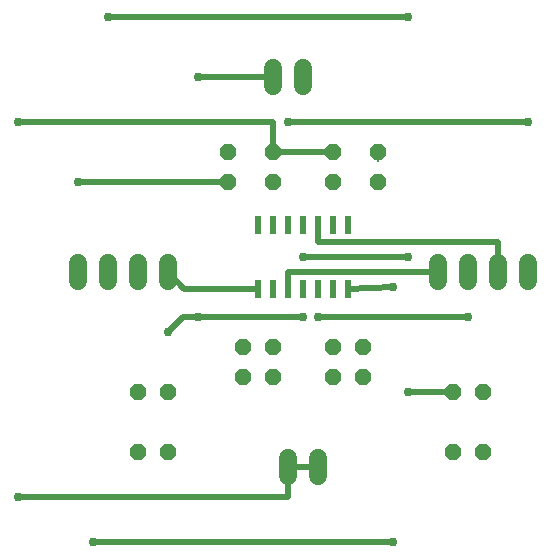
<source format=gbr>
G04 EAGLE Gerber RS-274X export*
G75*
%MOMM*%
%FSLAX34Y34*%
%LPD*%
%INTop Copper*%
%IPPOS*%
%AMOC8*
5,1,8,0,0,1.08239X$1,22.5*%
G01*
%ADD10R,0.600000X1.550000*%
%ADD11P,1.429621X8X112.500000*%
%ADD12P,1.429621X8X292.500000*%
%ADD13C,1.508000*%
%ADD14P,1.429621X8X22.500000*%
%ADD15C,0.152400*%
%ADD16C,0.756400*%
%ADD17C,0.508000*%


D10*
X241300Y344500D03*
X254000Y344500D03*
X266700Y344500D03*
X279400Y344500D03*
X241300Y290500D03*
X254000Y290500D03*
X266700Y290500D03*
X279400Y290500D03*
X292100Y290500D03*
X304800Y290500D03*
X317500Y290500D03*
X317500Y344500D03*
X304800Y344500D03*
X292100Y344500D03*
D11*
X254000Y215900D03*
X254000Y241300D03*
X228600Y215900D03*
X228600Y241300D03*
X254000Y381000D03*
X254000Y406400D03*
D12*
X215900Y406400D03*
X215900Y381000D03*
X304800Y241300D03*
X304800Y215900D03*
D11*
X330200Y215900D03*
X330200Y241300D03*
X304800Y381000D03*
X304800Y406400D03*
X342900Y381000D03*
X342900Y406400D03*
D13*
X393700Y312340D02*
X393700Y297260D01*
X419100Y297260D02*
X419100Y312340D01*
X444500Y312340D02*
X444500Y297260D01*
X469900Y297260D02*
X469900Y312340D01*
X165100Y312340D02*
X165100Y297260D01*
X139700Y297260D02*
X139700Y312340D01*
X114300Y312340D02*
X114300Y297260D01*
X88900Y297260D02*
X88900Y312340D01*
X254000Y462360D02*
X254000Y477440D01*
X279400Y477440D02*
X279400Y462360D01*
X266700Y147240D02*
X266700Y132160D01*
X292100Y132160D02*
X292100Y147240D01*
D14*
X139700Y203200D03*
X165100Y203200D03*
X139700Y152400D03*
X165100Y152400D03*
X406400Y203200D03*
X431800Y203200D03*
X406400Y152400D03*
X431800Y152400D03*
D15*
X342900Y398986D02*
X342900Y406400D01*
D16*
X88900Y381000D03*
D17*
X215900Y381000D01*
X165100Y304800D02*
X179400Y290500D01*
X241300Y290500D01*
X317500Y290500D02*
X355600Y292100D01*
D16*
X355600Y292100D03*
X355600Y76200D03*
D17*
X101600Y76200D01*
D16*
X101600Y76200D03*
X114300Y520700D03*
D17*
X368300Y520700D01*
D16*
X368300Y520700D03*
D17*
X393700Y304800D02*
X266700Y304800D01*
X266700Y290500D01*
D16*
X419100Y266700D03*
D17*
X292100Y266700D01*
D16*
X292100Y266700D03*
D17*
X444500Y304800D02*
X444500Y330200D01*
X292100Y330200D01*
X292100Y344500D01*
D16*
X469900Y431800D03*
D17*
X266700Y431800D01*
D16*
X266700Y431800D03*
X165100Y254000D03*
D17*
X177800Y266700D01*
X190500Y266700D01*
D16*
X279400Y266700D03*
D17*
X190500Y266700D01*
X190500Y469900D02*
X254000Y469900D01*
D16*
X190500Y469900D03*
X190500Y266700D03*
D17*
X266700Y139700D02*
X292100Y139700D01*
X304800Y406400D02*
X254000Y406400D01*
X254000Y431800D01*
X38100Y431800D01*
D16*
X38100Y431800D03*
X38100Y114300D03*
D17*
X266700Y114300D01*
X266700Y139700D01*
X368300Y203200D02*
X406400Y203200D01*
D16*
X368300Y203200D03*
X368300Y317500D03*
D17*
X279400Y317500D01*
D16*
X279400Y317500D03*
M02*

</source>
